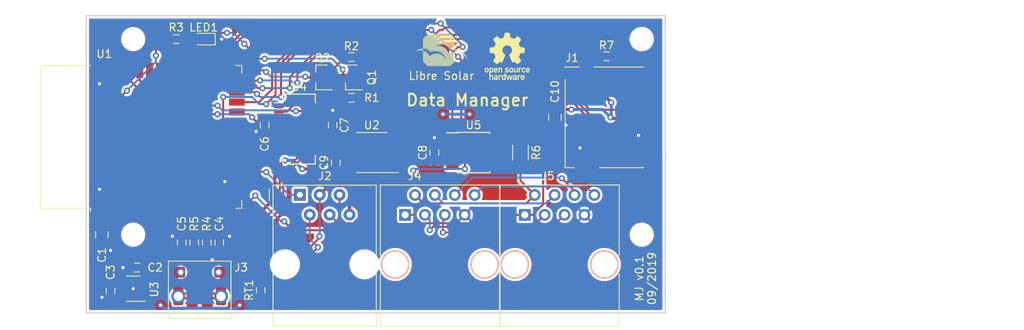
<source format=kicad_pcb>
(kicad_pcb (version 20171130) (host pcbnew 5.1.4)
  (layers (0 F.Cu signal) (31 B.Cu signal) (34 B.Paste user hide) (35 F.Paste user hide) (36 B.SilkS user hide) (37 F.SilkS user) (38 B.Mask user hide) (39 F.Mask user hide) (44 Edge.Cuts user))
  (net 0 "")
  (net 1 GND)
  (net 2 "Net-(U1-Pad11)")
  (net 3 "Net-(U1-Pad12)")
  (net 4 +3V3)
  (net 5 "Net-(U1-Pad4)")
  (net 6 "Net-(U1-Pad5)")
  (net 7 "Net-(U1-Pad8)")
  (net 8 "Net-(U1-Pad9)")
  (net 9 "Net-(U1-Pad10)")
  (net 10 "Net-(U1-Pad17)")
  (net 11 "Net-(U1-Pad18)")
  (net 12 "Net-(U1-Pad19)")
  (net 13 "Net-(U1-Pad20)")
  (net 14 "Net-(U1-Pad21)")
  (net 15 "Net-(U1-Pad22)")
  (net 16 "Net-(U1-Pad31)")
  (net 17 "Net-(U1-Pad32)")
  (net 18 "Net-(U1-Pad33)")
  (net 19 "Net-(U1-Pad36)")
  (net 20 "Net-(U1-Pad37)")
  (net 21 /RESET)
  (net 22 /GPIO0)
  (net 23 /DTR)
  (net 24 "Net-(Q1-Pad1)")
  (net 25 "Net-(Q2-Pad1)")
  (net 26 /RTS)
  (net 27 +5V)
  (net 28 "Net-(J1-Pad8)")
  (net 29 /BTN)
  (net 30 /TSENSE)
  (net 31 /GND_EXT)
  (net 32 /TX_EXT)
  (net 33 /RX_EXT)
  (net 34 /VCC_EXT)
  (net 35 "Net-(J3-Pad6)")
  (net 36 "Net-(J3-Pad4)")
  (net 37 "Net-(LED1-Pad2)")
  (net 38 /LED1)
  (net 39 /CAN_STB)
  (net 40 /CAN_RX)
  (net 41 /U2_RX)
  (net 42 /U2_TX)
  (net 43 /CAN_TX)
  (net 44 /U0_RX)
  (net 45 /U0_TX)
  (net 46 "Net-(U3-Pad4)")
  (net 47 "Net-(U4-Pad19)")
  (net 48 "Net-(U4-Pad18)")
  (net 49 "Net-(U4-Pad17)")
  (net 50 "Net-(U4-Pad10)")
  (net 51 "Net-(U4-Pad9)")
  (net 52 "Net-(U4-Pad8)")
  (net 53 "Net-(U4-Pad7)")
  (net 54 "Net-(U4-Pad5)")
  (net 55 /USB_D+)
  (net 56 /USB_D-)
  (net 57 "Net-(J1-Pad1)")
  (net 58 "Net-(J1-Pad2)")
  (net 59 "Net-(R4-Pad2)")
  (net 60 "Net-(R5-Pad2)")
  (net 61 /SD_CMD)
  (net 62 /SD_CLK)
  (net 63 /SD_DAT0)
  (net 64 "Net-(J4-Pad8)")
  (net 65 "Net-(J4-Pad6)")
  (net 66 "Net-(J4-Pad5)")
  (net 67 "Net-(J4-Pad4)")
  (net 68 "Net-(U1-Pad7)")
  (net 69 "Net-(U5-Pad5)")
  (net 70 "Net-(C6-Pad1)")
  (net 71 "Net-(J4-Pad3)")
  (net 72 /CANL)
  (net 73 /CANH)
  (net 74 "Net-(U1-Pad6)")
  (module LibreSolar:C_0805_2012 (layer F.Cu) (at 189.9 90 270)
    (fp_text reference C10 (at -3.3 0 90) (layer F.SilkS))
    (fp_text value 10uF)
    (pad 2 smd roundrect (at 1 0 270) (size 1.1 1.4) (layers F.Cu F.Paste F.Mask) (roundrect_rratio 0.2) (net 1 GND))
    (pad 1 smd roundrect (at -1 0 270) (size 1.1 1.4) (layers F.Cu F.Paste F.Mask) (roundrect_rratio 0.2) (net 4 +3V3))
  )
  (module LibreSolar:C_0603_1608 (layer F.Cu) (at 161.9 95.8 90)
    (fp_text reference C9 (at 0 -1.5 90) (layer F.SilkS))
    (fp_text value 100n)
    (pad 2 smd roundrect (at 0.8 0 90) (size 0.8 0.9) (layers F.Cu F.Paste F.Mask) (roundrect_rratio 0.2) (net 1 GND))
    (pad 1 smd roundrect (at -0.8 0 90) (size 0.8 0.9) (layers F.Cu F.Paste F.Mask) (roundrect_rratio 0.2) (net 4 +3V3))
  )
  (module LibreSolar:R_0603_1608 (layer F.Cu) (at 152.3 112.1 270)
    (fp_text reference RT1 (at 0 1.5 90) (layer F.SilkS))
    (fp_text value R_NTC)
    (pad 2 smd roundrect (at 0.8 0 270) (size 0.8 0.9) (layers F.Cu F.Paste F.Mask) (roundrect_rratio 0.2) (net 30 /TSENSE))
    (pad 1 smd roundrect (at -0.8 0 270) (size 0.8 0.9) (layers F.Cu F.Paste F.Mask) (roundrect_rratio 0.2) (net 31 /GND_EXT))
  )
  (module LibreSolar:SOIC-8_3.9x4.9mm_Pitch1.27mm (layer F.Cu) (at 179.5 94.5)
    (fp_text reference U5 (at 0 -3.5) (layer F.SilkS))
    (fp_text value TCAN334)
    (pad 8 smd roundrect (at 2.7 -1.905) (size 1.6 0.6) (layers F.Cu F.Paste F.Mask) (roundrect_rratio 0.2) (net 39 /CAN_STB))
    (pad 7 smd roundrect (at 2.7 -0.635) (size 1.6 0.6) (layers F.Cu F.Paste F.Mask) (roundrect_rratio 0.2) (net 73 /CANH))
    (pad 6 smd roundrect (at 2.7 0.635) (size 1.6 0.6) (layers F.Cu F.Paste F.Mask) (roundrect_rratio 0.2) (net 72 /CANL))
    (pad 5 smd roundrect (at 2.7 1.905) (size 1.6 0.6) (layers F.Cu F.Paste F.Mask) (roundrect_rratio 0.2) (net 69 "Net-(U5-Pad5)"))
    (pad 4 smd roundrect (at -2.7 1.905) (size 1.6 0.6) (layers F.Cu F.Paste F.Mask) (roundrect_rratio 0.2) (net 40 /CAN_RX))
    (pad 3 smd roundrect (at -2.7 0.635) (size 1.6 0.6) (layers F.Cu F.Paste F.Mask) (roundrect_rratio 0.2) (net 4 +3V3))
    (pad 2 smd roundrect (at -2.7 -0.635) (size 1.6 0.6) (layers F.Cu F.Paste F.Mask) (roundrect_rratio 0.2) (net 1 GND))
    (pad 1 smd roundrect (at -2.7 -1.905) (size 1.6 0.6) (layers F.Cu F.Paste F.Mask) (roundrect_rratio 0.2) (net 43 /CAN_TX))
  )
  (module LibreSolar:R_0603_1608 (layer F.Cu) (at 196.5 82.2)
    (fp_text reference R7 (at 0 -1.4) (layer F.SilkS))
    (fp_text value 10k)
    (pad 2 smd roundrect (at 0.8 0) (size 0.8 0.9) (layers F.Cu F.Paste F.Mask) (roundrect_rratio 0.2) (net 58 "Net-(J1-Pad2)"))
    (pad 1 smd roundrect (at -0.8 0) (size 0.8 0.9) (layers F.Cu F.Paste F.Mask) (roundrect_rratio 0.2) (net 4 +3V3))
  )
  (module LibreSolar:R_1206_3216 (layer F.Cu) (at 185.5 94.5 270)
    (fp_text reference R6 (at 0 -2 90) (layer F.SilkS))
    (fp_text value 120R)
    (pad 2 smd roundrect (at 1.5 0 270) (size 1 1.8) (layers F.Cu F.Paste F.Mask) (roundrect_rratio 0.2) (net 72 /CANL))
    (pad 1 smd roundrect (at -1.5 0 270) (size 1 1.8) (layers F.Cu F.Paste F.Mask) (roundrect_rratio 0.2) (net 73 /CANH))
  )
  (module LibreSolar:RJ45_8P8C (layer F.Cu) (at 190.5 105)
    (fp_text reference J5 (at -1.5 -7.5) (layer F.SilkS))
    (fp_text value 8P8C)
    (pad 8 thru_hole circle (at 4.445 -5.08) (size 1.5 1.5) (drill 0.9) (layers *.Cu *.Mask) (net 64 "Net-(J4-Pad8)"))
    (pad 7 thru_hole circle (at 3.175 -2.54) (size 1.5 1.5) (drill 0.9) (layers *.Cu *.Mask) (net 1 GND))
    (pad 6 thru_hole circle (at 1.905 -5.08) (size 1.5 1.5) (drill 0.9) (layers *.Cu *.Mask) (net 65 "Net-(J4-Pad6)"))
    (pad 5 thru_hole circle (at 0.635 -2.54) (size 1.5 1.5) (drill 0.9) (layers *.Cu *.Mask) (net 66 "Net-(J4-Pad5)"))
    (pad 4 thru_hole circle (at -0.635 -5.08) (size 1.5 1.5) (drill 0.9) (layers *.Cu *.Mask) (net 67 "Net-(J4-Pad4)"))
    (pad 3 thru_hole circle (at -1.905 -2.54) (size 1.5 1.5) (drill 0.9) (layers *.Cu *.Mask) (net 71 "Net-(J4-Pad3)"))
    (pad 2 thru_hole circle (at -3.175 -5.08) (size 1.5 1.5) (drill 0.9) (layers *.Cu *.Mask) (net 72 /CANL))
    (pad 1 thru_hole rect (at -4.445 -2.54) (size 1.5 1.5) (drill 0.9) (layers *.Cu *.Mask) (net 73 /CANH))
    (pad "" np_thru_hole circle (at -5.715 3.81) (size 3.65 3.65) (drill 3.25) (layers *.Cu *.SilkS *.Mask))
    (pad "" np_thru_hole circle (at 5.715 3.81) (size 3.65 3.65) (drill 3.25) (layers *.Cu *.SilkS *.Mask))
  )
  (module LibreSolar:RJ45_8P8C (layer F.Cu) (at 175.2 105)
    (fp_text reference J4 (at -3.2 -7.5) (layer F.SilkS))
    (fp_text value 8P8C)
    (pad 8 thru_hole circle (at 4.445 -5.08) (size 1.5 1.5) (drill 0.9) (layers *.Cu *.Mask) (net 64 "Net-(J4-Pad8)"))
    (pad 7 thru_hole circle (at 3.175 -2.54) (size 1.5 1.5) (drill 0.9) (layers *.Cu *.Mask) (net 1 GND))
    (pad 6 thru_hole circle (at 1.905 -5.08) (size 1.5 1.5) (drill 0.9) (layers *.Cu *.Mask) (net 65 "Net-(J4-Pad6)"))
    (pad 5 thru_hole circle (at 0.635 -2.54) (size 1.5 1.5) (drill 0.9) (layers *.Cu *.Mask) (net 66 "Net-(J4-Pad5)"))
    (pad 4 thru_hole circle (at -0.635 -5.08) (size 1.5 1.5) (drill 0.9) (layers *.Cu *.Mask) (net 67 "Net-(J4-Pad4)"))
    (pad 3 thru_hole circle (at -1.905 -2.54) (size 1.5 1.5) (drill 0.9) (layers *.Cu *.Mask) (net 71 "Net-(J4-Pad3)"))
    (pad 2 thru_hole circle (at -3.175 -5.08) (size 1.5 1.5) (drill 0.9) (layers *.Cu *.Mask) (net 72 /CANL))
    (pad 1 thru_hole rect (at -4.445 -2.54) (size 1.5 1.5) (drill 0.9) (layers *.Cu *.Mask) (net 73 /CANH))
    (pad "" np_thru_hole circle (at -5.715 3.81) (size 3.65 3.65) (drill 3.25) (layers *.Cu *.SilkS *.Mask))
    (pad "" np_thru_hole circle (at 5.715 3.81) (size 3.65 3.65) (drill 3.25) (layers *.Cu *.SilkS *.Mask))
  )
  (module LibreSolar:C_0603_1608 (layer F.Cu) (at 174.5 94.5 90)
    (fp_text reference C8 (at 0 -1.5 90) (layer F.SilkS))
    (fp_text value 100n)
    (pad 2 smd roundrect (at 0.8 0 90) (size 0.8 0.9) (layers F.Cu F.Paste F.Mask) (roundrect_rratio 0.2) (net 1 GND))
    (pad 1 smd roundrect (at -0.8 0 90) (size 0.8 0.9) (layers F.Cu F.Paste F.Mask) (roundrect_rratio 0.2) (net 4 +3V3))
  )
  (module MountingHole:MountingHole_2.5mm (layer F.Cu) (at 201 105 270)
    (fp_text reference H4 hide)
    (fp_text value MountingHole)
    (pad 1 np_thru_hole circle (at 0 0 270) (size 2.5 2.5) (drill 2.5) (layers *.Cu *.Mask))
  )
  (module MountingHole:MountingHole_2.5mm (layer F.Cu) (at 136 105 180)
    (fp_text reference H3 hide)
    (fp_text value MountingHole)
    (pad 1 np_thru_hole circle (at 0 0 180) (size 2.5 2.5) (drill 2.5) (layers *.Cu *.Mask))
  )
  (module MountingHole:MountingHole_2.5mm (layer F.Cu) (at 201 80 270)
    (fp_text reference H2 hide)
    (fp_text value MountingHole)
    (pad 1 np_thru_hole circle (at 0 0 270) (size 2.5 2.5) (drill 2.5) (layers *.Cu *.Mask))
  )
  (module MountingHole:MountingHole_2.5mm (layer F.Cu) (at 136 80 270)
    (fp_text reference H1 hide)
    (fp_text value MountingHole)
    (pad 1 np_thru_hole circle (at 0 0 270) (size 2.5 2.5) (drill 2.5) (layers *.Cu *.Mask))
  )
  (module LibreSolar:R_0603_1608 (layer F.Cu) (at 143.8 106 90)
    (fp_text reference R5 (at 2.4 0 90) (layer F.SilkS))
    (fp_text value 1k)
    (pad 2 smd roundrect (at 0.8 0 90) (size 0.8 0.9) (layers F.Cu F.Paste F.Mask) (roundrect_rratio 0.2) (net 60 "Net-(R5-Pad2)"))
    (pad 1 smd roundrect (at -0.8 0 90) (size 0.8 0.9) (layers F.Cu F.Paste F.Mask) (roundrect_rratio 0.2) (net 56 /USB_D-))
  )
  (module LibreSolar:R_0603_1608 (layer F.Cu) (at 145.4 106 90)
    (fp_text reference R4 (at 2.4 0 90) (layer F.SilkS))
    (fp_text value 1k)
    (pad 2 smd roundrect (at 0.8 0 90) (size 0.8 0.9) (layers F.Cu F.Paste F.Mask) (roundrect_rratio 0.2) (net 59 "Net-(R4-Pad2)"))
    (pad 1 smd roundrect (at -0.8 0 90) (size 0.8 0.9) (layers F.Cu F.Paste F.Mask) (roundrect_rratio 0.2) (net 55 /USB_D+))
  )
  (module Connector_Card:microSD_HC_Hirose_DM3D-SF (layer F.Cu) (at 197 90 90)
    (fp_text reference J1 (at 7.6 -4.9) (layer F.SilkS))
    (fp_text value Micro_SD_Card)
    (pad 10 smd rect (at 5.575 -5.45 90) (size 1 1.55) (layers F.Cu F.Paste F.Mask))
    (pad 11 smd rect (at 5.625 5.225 90) (size 1.5 1.5) (layers F.Cu F.Paste F.Mask))
    (pad 1 smd rect (at 3.175 5.35 90) (size 0.7 1.75) (layers F.Cu F.Paste F.Mask) (net 57 "Net-(J1-Pad1)"))
    (pad 2 smd rect (at 2.075 5.35 90) (size 0.7 1.75) (layers F.Cu F.Paste F.Mask) (net 58 "Net-(J1-Pad2)"))
    (pad 3 smd rect (at 0.975 5.35 90) (size 0.7 1.75) (layers F.Cu F.Paste F.Mask) (net 61 /SD_CMD))
    (pad 4 smd rect (at -0.125 5.35 90) (size 0.7 1.75) (layers F.Cu F.Paste F.Mask) (net 4 +3V3))
    (pad 5 smd rect (at -1.225 5.35 90) (size 0.7 1.75) (layers F.Cu F.Paste F.Mask) (net 62 /SD_CLK))
    (pad 6 smd rect (at -2.325 5.35 90) (size 0.7 1.75) (layers F.Cu F.Paste F.Mask) (net 1 GND))
    (pad 7 smd rect (at -3.425 5.35 90) (size 0.7 1.75) (layers F.Cu F.Paste F.Mask) (net 63 /SD_DAT0))
    (pad 11 smd rect (at 5.975 -3.025 90) (size 0.8 1.4) (layers F.Cu F.Paste F.Mask))
    (pad 9 smd rect (at -5.65 -3.875 90) (size 1.45 1) (layers F.Cu F.Paste F.Mask) (net 1 GND))
    (pad 11 smd rect (at -5.975 -2.375 90) (size 0.8 1.5) (layers F.Cu F.Paste F.Mask))
    (pad 11 smd rect (at -5.725 5.225 90) (size 1.3 1.5) (layers F.Cu F.Paste F.Mask))
    (pad 8 smd rect (at -4.525 5.35 90) (size 0.7 1.75) (layers F.Cu F.Paste F.Mask) (net 28 "Net-(J1-Pad8)"))
  )
  (module LibreSolar:C_0603_1608 (layer F.Cu) (at 161.5 91 90)
    (fp_text reference C7 (at 0 1.5 90) (layer F.SilkS))
    (fp_text value 100n)
    (pad 2 smd roundrect (at 0.8 0 90) (size 0.8 0.9) (layers F.Cu F.Paste F.Mask) (roundrect_rratio 0.2) (net 1 GND))
    (pad 1 smd roundrect (at -0.8 0 90) (size 0.8 0.9) (layers F.Cu F.Paste F.Mask) (roundrect_rratio 0.2) (net 27 +5V))
  )
  (module LibreSolar:C_0603_1608 (layer F.Cu) (at 152.8 91 270)
    (fp_text reference C6 (at 2.4 0 90) (layer F.SilkS))
    (fp_text value 100n)
    (pad 2 smd roundrect (at 0.8 0 270) (size 0.8 0.9) (layers F.Cu F.Paste F.Mask) (roundrect_rratio 0.2) (net 1 GND))
    (pad 1 smd roundrect (at -0.8 0 270) (size 0.8 0.9) (layers F.Cu F.Paste F.Mask) (roundrect_rratio 0.2) (net 70 "Net-(C6-Pad1)"))
  )
  (module LibreSolar:C_0603_1608 (layer F.Cu) (at 142.2 106 90)
    (fp_text reference C5 (at 2.4 0 90) (layer F.SilkS))
    (fp_text value 47p)
    (pad 2 smd roundrect (at 0.8 0 90) (size 0.8 0.9) (layers F.Cu F.Paste F.Mask) (roundrect_rratio 0.2) (net 1 GND))
    (pad 1 smd roundrect (at -0.8 0 90) (size 0.8 0.9) (layers F.Cu F.Paste F.Mask) (roundrect_rratio 0.2) (net 56 /USB_D-))
  )
  (module LibreSolar:C_0603_1608 (layer F.Cu) (at 147 106 90)
    (fp_text reference C4 (at 2.4 0 90) (layer F.SilkS))
    (fp_text value 47p)
    (pad 2 smd roundrect (at 0.8 0 90) (size 0.8 0.9) (layers F.Cu F.Paste F.Mask) (roundrect_rratio 0.2) (net 1 GND))
    (pad 1 smd roundrect (at -0.8 0 90) (size 0.8 0.9) (layers F.Cu F.Paste F.Mask) (roundrect_rratio 0.2) (net 55 /USB_D+))
  )
  (module LibreSolar:C_0603_1608 (layer F.Cu) (at 133.1 112.2 270)
    (fp_text reference C3 (at -2.4 0 90) (layer F.SilkS))
    (fp_text value 2.2u)
    (pad 2 smd roundrect (at 0.8 0 270) (size 0.8 0.9) (layers F.Cu F.Paste F.Mask) (roundrect_rratio 0.2) (net 1 GND))
    (pad 1 smd roundrect (at -0.8 0 270) (size 0.8 0.9) (layers F.Cu F.Paste F.Mask) (roundrect_rratio 0.2) (net 4 +3V3))
  )
  (module LibreSolar:C_0603_1608 (layer F.Cu) (at 136.5 109.2 180)
    (fp_text reference C2 (at -2.3 0) (layer F.SilkS))
    (fp_text value 1u)
    (pad 2 smd roundrect (at 0.8 0 180) (size 0.8 0.9) (layers F.Cu F.Paste F.Mask) (roundrect_rratio 0.2) (net 1 GND))
    (pad 1 smd roundrect (at -0.8 0 180) (size 0.8 0.9) (layers F.Cu F.Paste F.Mask) (roundrect_rratio 0.2) (net 27 +5V))
  )
  (module LibreSolar:RJ12_RJ25_6P6C_Amphenol_54601 (layer F.Cu) (at 157.3 99.9)
    (fp_text reference J2 (at 3.2 -2.4) (layer F.SilkS))
    (fp_text value 6P6C)
    (pad 1 thru_hole rect (at 0 0) (size 1.52 1.52) (drill 0.76) (layers *.Cu *.Mask) (net 29 /BTN))
    (pad "" np_thru_hole circle (at -1.91 8.89) (size 3.25 3.25) (drill 3.25) (layers *.Cu *.Mask))
    (pad 2 thru_hole circle (at 1.27 2.54) (size 1.52 1.52) (drill 0.76) (layers *.Cu *.Mask) (net 30 /TSENSE))
    (pad 3 thru_hole circle (at 2.54 0) (size 1.52 1.52) (drill 0.76) (layers *.Cu *.Mask) (net 31 /GND_EXT))
    (pad 4 thru_hole circle (at 3.81 2.54) (size 1.52 1.52) (drill 0.76) (layers *.Cu *.Mask) (net 32 /TX_EXT))
    (pad 5 thru_hole circle (at 5.08 0) (size 1.52 1.52) (drill 0.76) (layers *.Cu *.Mask) (net 33 /RX_EXT))
    (pad 6 thru_hole circle (at 6.35 2.54) (size 1.52 1.52) (drill 0.76) (layers *.Cu *.Mask) (net 34 /VCC_EXT))
    (pad "" np_thru_hole circle (at 8.25 8.89) (size 3.25 3.25) (drill 3.25) (layers *.Cu *.Mask))
  )
  (module LibreSolar:USB_Micro-B_10103594-0001LF (layer F.Cu) (at 144.5 111.5)
    (fp_text reference J3 (at 5.3 -2.3) (layer F.SilkS))
    (fp_text value USB_B_Micro)
    (pad 6 smd roundrect (at 0.96 1.62 90) (size 2.5 1.43) (layers F.Cu F.Paste F.Mask) (net 35 "Net-(J3-Pad6)"))
    (pad 6 smd roundrect (at -0.96 1.62 90) (size 2.5 1.43) (layers F.Cu F.Paste F.Mask) (net 35 "Net-(J3-Pad6)"))
    (pad 6 thru_hole oval (at 2.73 1.38 90) (size 1.8 1.8) (drill 1.2) (layers *.Cu *.Mask) (net 35 "Net-(J3-Pad6)"))
    (pad 6 thru_hole oval (at -2.73 1.38 90) (size 1.8 1.8) (drill 1.2) (layers *.Cu *.Mask) (net 35 "Net-(J3-Pad6)"))
    (pad 6 thru_hole circle (at 2.42 -1.7 90) (size 1.1 1.1) (drill 0.65) (layers *.Cu *.Mask) (net 35 "Net-(J3-Pad6)"))
    (pad 6 thru_hole circle (at -2.42 -1.7 90) (size 1.1 1.1) (drill 0.65) (layers *.Cu *.Mask) (net 35 "Net-(J3-Pad6)"))
    (pad 5 smd rect (at 1.3 -1.5 90) (size 1.65 0.4) (layers F.Cu F.Paste F.Mask) (net 1 GND))
    (pad 4 smd rect (at 0.65 -1.5 90) (size 1.65 0.4) (layers F.Cu F.Paste F.Mask) (net 36 "Net-(J3-Pad4)"))
    (pad 3 smd rect (at 0 -1.5 90) (size 1.65 0.4) (layers F.Cu F.Paste F.Mask) (net 55 /USB_D+))
    (pad 2 smd rect (at -0.65 -1.5 90) (size 1.65 0.4) (layers F.Cu F.Paste F.Mask) (net 56 /USB_D-))
    (pad 1 smd rect (at -1.3 -1.5 90) (size 1.65 0.4) (layers F.Cu F.Paste F.Mask) (net 27 +5V))
    (pad 6 smd roundrect (at 2.9 -1.7) (size 2.1 1.4) (layers F.Cu F.Paste F.Mask) (roundrect_rratio 0.2) (net 35 "Net-(J3-Pad6)"))
    (pad 6 smd roundrect (at -2.9 -1.7) (size 2.1 1.4) (layers F.Cu F.Paste F.Mask) (roundrect_rratio 0.2) (net 35 "Net-(J3-Pad6)"))
    (pad 6 smd roundrect (at -2.725 1 90) (size 3.05 1.3) (layers F.Cu F.Paste F.Mask) (roundrect_rratio 0.2) (net 35 "Net-(J3-Pad6)"))
    (pad 6 smd roundrect (at 2.725 1 90) (size 3.05 1.3) (layers F.Cu F.Paste F.Mask) (roundrect_rratio 0.2) (net 35 "Net-(J3-Pad6)"))
    (pad 6 smd roundrect (at 3 -0.4) (size 1.85 0.8) (layers F.Cu F.Paste F.Mask) (roundrect_rratio 0.2) (net 35 "Net-(J3-Pad6)"))
    (pad 6 smd roundrect (at -3 -0.4) (size 1.85 0.8) (layers F.Cu F.Paste F.Mask) (roundrect_rratio 0.2) (net 35 "Net-(J3-Pad6)"))
  )
  (module Package_SO:SSOP-20_3.9x8.7mm_P0.635mm (layer F.Cu) (at 157.2 91.5)
    (fp_text reference U4 (at 0 -5.4) (layer F.SilkS))
    (fp_text value FT231XS)
    (pad 20 smd rect (at 2.6 -2.8575) (size 1.2 0.4) (layers F.Cu F.Paste F.Mask) (net 44 /U0_RX))
    (pad 19 smd rect (at 2.6 -2.2225) (size 1.2 0.4) (layers F.Cu F.Paste F.Mask) (net 47 "Net-(U4-Pad19)"))
    (pad 18 smd rect (at 2.6 -1.5875) (size 1.2 0.4) (layers F.Cu F.Paste F.Mask) (net 48 "Net-(U4-Pad18)"))
    (pad 17 smd rect (at 2.6 -0.9525) (size 1.2 0.4) (layers F.Cu F.Paste F.Mask) (net 49 "Net-(U4-Pad17)"))
    (pad 16 smd rect (at 2.6 -0.3175) (size 1.2 0.4) (layers F.Cu F.Paste F.Mask) (net 1 GND))
    (pad 15 smd rect (at 2.6 0.3175) (size 1.2 0.4) (layers F.Cu F.Paste F.Mask) (net 27 +5V))
    (pad 14 smd rect (at 2.6 0.9525) (size 1.2 0.4) (layers F.Cu F.Paste F.Mask) (net 70 "Net-(C6-Pad1)"))
    (pad 13 smd rect (at 2.6 1.5875) (size 1.2 0.4) (layers F.Cu F.Paste F.Mask) (net 70 "Net-(C6-Pad1)"))
    (pad 12 smd rect (at 2.6 2.2225) (size 1.2 0.4) (layers F.Cu F.Paste F.Mask) (net 60 "Net-(R5-Pad2)"))
    (pad 11 smd rect (at 2.6 2.8575) (size 1.2 0.4) (layers F.Cu F.Paste F.Mask) (net 59 "Net-(R4-Pad2)"))
    (pad 10 smd rect (at -2.6 2.8575) (size 1.2 0.4) (layers F.Cu F.Paste F.Mask) (net 50 "Net-(U4-Pad10)"))
    (pad 9 smd rect (at -2.6 2.2225) (size 1.2 0.4) (layers F.Cu F.Paste F.Mask) (net 51 "Net-(U4-Pad9)"))
    (pad 8 smd rect (at -2.6 1.5875) (size 1.2 0.4) (layers F.Cu F.Paste F.Mask) (net 52 "Net-(U4-Pad8)"))
    (pad 7 smd rect (at -2.6 0.9525) (size 1.2 0.4) (layers F.Cu F.Paste F.Mask) (net 53 "Net-(U4-Pad7)"))
    (pad 6 smd rect (at -2.6 0.3175) (size 1.2 0.4) (layers F.Cu F.Paste F.Mask) (net 1 GND))
    (pad 5 smd rect (at -2.6 -0.3175) (size 1.2 0.4) (layers F.Cu F.Paste F.Mask) (net 54 "Net-(U4-Pad5)"))
    (pad 4 smd rect (at -2.6 -0.9525) (size 1.2 0.4) (layers F.Cu F.Paste F.Mask) (net 45 /U0_TX))
    (pad 3 smd rect (at -2.6 -1.5875) (size 1.2 0.4) (layers F.Cu F.Paste F.Mask) (net 70 "Net-(C6-Pad1)"))
    (pad 2 smd rect (at -2.6 -2.2225) (size 1.2 0.4) (layers F.Cu F.Paste F.Mask) (net 26 /RTS))
    (pad 1 smd rect (at -2.6 -2.8575) (size 1.2 0.4) (layers F.Cu F.Paste F.Mask) (net 23 /DTR))
  )
  (module LibreSolar:R_0603_1608 (layer F.Cu) (at 141.5 80 180)
    (fp_text reference R3 (at 0 1.5) (layer F.SilkS))
    (fp_text value 1k)
    (pad 2 smd roundrect (at 0.8 0 180) (size 0.8 0.9) (layers F.Cu F.Paste F.Mask) (roundrect_rratio 0.2) (net 38 /LED1))
    (pad 1 smd roundrect (at -0.8 0 180) (size 0.8 0.9) (layers F.Cu F.Paste F.Mask) (roundrect_rratio 0.2) (net 37 "Net-(LED1-Pad2)"))
  )
  (module Package_SO:SOIC-8_3.9x4.9mm_P1.27mm (layer F.Cu) (at 166.5 94.5 180)
    (fp_text reference U2 (at 0 3.5) (layer F.SilkS))
    (fp_text value SI8621AB-B-ISR)
    (pad 8 smd roundrect (at 2.475 -1.905 180) (size 1.95 0.6) (layers F.Cu F.Paste F.Mask) (net 4 +3V3))
    (pad 7 smd roundrect (at 2.475 -0.635 180) (size 1.95 0.6) (layers F.Cu F.Paste F.Mask) (net 42 /U2_TX))
    (pad 6 smd roundrect (at 2.475 0.635 180) (size 1.95 0.6) (layers F.Cu F.Paste F.Mask) (net 41 /U2_RX))
    (pad 5 smd roundrect (at 2.475 1.905 180) (size 1.95 0.6) (layers F.Cu F.Paste F.Mask) (net 1 GND))
    (pad 4 smd roundrect (at -2.475 1.905 180) (size 1.95 0.6) (layers F.Cu F.Paste F.Mask) (net 31 /GND_EXT))
    (pad 3 smd roundrect (at -2.475 0.635 180) (size 1.95 0.6) (layers F.Cu F.Paste F.Mask) (net 32 /TX_EXT))
    (pad 2 smd roundrect (at -2.475 -0.635 180) (size 1.95 0.6) (layers F.Cu F.Paste F.Mask) (net 33 /RX_EXT))
    (pad 1 smd roundrect (at -2.475 -1.905 180) (size 1.95 0.6) (layers F.Cu F.Paste F.Mask) (net 34 /VCC_EXT))
  )
  (module LED_SMD:LED_0603_1608Metric (layer F.Cu) (at 145 80 180)
    (fp_text reference LED1 (at 0 1.5) (layer F.SilkS))
    (fp_text value LED)
    (pad 2 smd roundrect (at 0.7875 0 180) (size 0.875 0.95) (layers F.Cu F.Paste F.Mask) (net 37 "Net-(LED1-Pad2)"))
    (pad 1 smd roundrect (at -0.7875 0 180) (size 0.875 0.95) (layers F.Cu F.Paste F.Mask) (net 1 GND))
  )
  (module LibreSolar:SOT-23-5 (layer F.Cu) (at 136 111.9 180)
    (fp_text reference U3 (at -2.7 -0.1 90) (layer F.SilkS))
    (fp_text value AP2210-3.3)
    (pad 5 smd roundrect (at 1.1 -0.95 180) (size 1.1 0.65) (layers F.Cu F.Paste F.Mask) (roundrect_rratio 0.2) (net 4 +3V3))
    (pad 4 smd roundrect (at 1.1 0.95 180) (size 1.1 0.65) (layers F.Cu F.Paste F.Mask) (roundrect_rratio 0.2) (net 46 "Net-(U3-Pad4)"))
    (pad 3 smd roundrect (at -1.1 0.95 180) (size 1.1 0.65) (layers F.Cu F.Paste F.Mask) (roundrect_rratio 0.2) (net 27 +5V))
    (pad 2 smd roundrect (at -1.1 0 180) (size 1.1 0.65) (layers F.Cu F.Paste F.Mask) (roundrect_rratio 0.2) (net 1 GND))
    (pad 1 smd roundrect (at -1.1 -0.95 180) (size 1.1 0.65) (layers F.Cu F.Paste F.Mask) (roundrect_rratio 0.2) (net 27 +5V))
  )
  (module LibreSolar:R_0603_1608 (layer F.Cu) (at 163.9 82.3 180)
    (fp_text reference R2 (at 0 1.4) (layer F.SilkS))
    (fp_text value 10k)
    (pad 2 smd roundrect (at 0.8 0 180) (size 0.8 0.9) (layers F.Cu F.Paste F.Mask) (roundrect_rratio 0.2) (net 23 /DTR))
    (pad 1 smd roundrect (at -0.8 0 180) (size 0.8 0.9) (layers F.Cu F.Paste F.Mask) (roundrect_rratio 0.2) (net 25 "Net-(Q2-Pad1)"))
  )
  (module LibreSolar:R_0603_1608 (layer F.Cu) (at 163.9 87.5)
    (fp_text reference R1 (at 2.6 0) (layer F.SilkS))
    (fp_text value 10k)
    (pad 1 smd roundrect (at -0.8 0) (size 0.8 0.9) (layers F.Cu F.Paste F.Mask) (roundrect_rratio 0.2) (net 24 "Net-(Q1-Pad1)"))
    (pad 2 smd roundrect (at 0.8 0) (size 0.8 0.9) (layers F.Cu F.Paste F.Mask) (roundrect_rratio 0.2) (net 26 /RTS))
  )
  (module LibreSolar:SOT-23 (layer F.Cu) (at 163.9 84.9 180)
    (fp_text reference Q2 (at 3.7 2.5 180) (layer F.SilkS))
    (fp_text value MMBT3904)
    (pad 1 smd roundrect (at -1.05 -0.95 180) (size 1 0.9) (layers F.Cu F.Paste F.Mask) (roundrect_rratio 0.2) (net 25 "Net-(Q2-Pad1)"))
    (pad 2 smd roundrect (at -1.05 0.95 180) (size 1 0.9) (layers F.Cu F.Paste F.Mask) (roundrect_rratio 0.2) (net 26 /RTS))
    (pad 3 smd roundrect (at 1.05 0 180) (size 1 0.9) (layers F.Cu F.Paste F.Mask) (roundrect_rratio 0.2) (net 21 /RESET))
  )
  (module LibreSolar:SOT-23 (layer F.Cu) (at 160.1 84.9 180)
    (fp_text reference Q1 (at -6.4 0 270) (layer F.SilkS))
    (fp_text value MMBT3904)
    (pad 3 smd roundrect (at 1.05 0 180) (size 1 0.9) (layers F.Cu F.Paste F.Mask) (roundrect_rratio 0.2) (net 22 /GPIO0))
    (pad 2 smd roundrect (at -1.05 0.95 180) (size 1 0.9) (layers F.Cu F.Paste F.Mask) (roundrect_rratio 0.2) (net 23 /DTR))
    (pad 1 smd roundrect (at -1.05 -0.95 180) (size 1 0.9) (layers F.Cu F.Paste F.Mask) (roundrect_rratio 0.2) (net 24 "Net-(Q1-Pad1)"))
  )
  (module LibreSolar:LIBRESOLAR_LOGO (layer F.Cu) (at 173.1 83.4)
    (fp_text reference LOGO1 hide)
    (fp_text value LibreSolar_Logo hide)
    (fp_text user "Libre Solar" (at 2.3 1.3) (layer F.SilkS))
  )
  (module Symbol:OSHW-Logo_5.7x6mm_SilkScreen (layer F.Cu) (at 183.8 82.2)
    (fp_text reference LOGO2 hide)
    (fp_text value Logo_Open_Hardware_Small hide)
  )
  (module RF_Module:ESP32-WROOM-32 (layer F.Cu) (at 140 92.5 90)
    (fp_text reference U1 (at 10.6 -7.7 180) (layer F.SilkS))
    (fp_text value ESP32-WROOM-32D)
    (pad 39 smd rect (at -1 -0.755 90) (size 5 5) (layers F.Cu F.Paste F.Mask))
    (pad 1 smd rect (at -8.5 -8.255 90) (size 2 0.9) (layers F.Cu F.Paste F.Mask) (net 1 GND))
    (pad 2 smd rect (at -8.5 -6.985 90) (size 2 0.9) (layers F.Cu F.Paste F.Mask) (net 4 +3V3))
    (pad 3 smd rect (at -8.5 -5.715 90) (size 2 0.9) (layers F.Cu F.Paste F.Mask) (net 21 /RESET))
    (pad 4 smd rect (at -8.5 -4.445 90) (size 2 0.9) (layers F.Cu F.Paste F.Mask) (net 5 "Net-(U1-Pad4)"))
    (pad 5 smd rect (at -8.5 -3.175 90) (size 2 0.9) (layers F.Cu F.Paste F.Mask) (net 6 "Net-(U1-Pad5)"))
    (pad 6 smd rect (at -8.5 -1.905 90) (size 2 0.9) (layers F.Cu F.Paste F.Mask) (net 74 "Net-(U1-Pad6)"))
    (pad 7 smd rect (at -8.5 -0.635 90) (size 2 0.9) (layers F.Cu F.Paste F.Mask) (net 68 "Net-(U1-Pad7)"))
    (pad 8 smd rect (at -8.5 0.635 90) (size 2 0.9) (layers F.Cu F.Paste F.Mask) (net 7 "Net-(U1-Pad8)"))
    (pad 9 smd rect (at -8.5 1.905 90) (size 2 0.9) (layers F.Cu F.Paste F.Mask) (net 8 "Net-(U1-Pad9)"))
    (pad 10 smd rect (at -8.5 3.175 90) (size 2 0.9) (layers F.Cu F.Paste F.Mask) (net 9 "Net-(U1-Pad10)"))
    (pad 11 smd rect (at -8.5 4.445 90) (size 2 0.9) (layers F.Cu F.Paste F.Mask) (net 2 "Net-(U1-Pad11)"))
    (pad 12 smd rect (at -8.5 5.715 90) (size 2 0.9) (layers F.Cu F.Paste F.Mask) (net 3 "Net-(U1-Pad12)"))
    (pad 13 smd rect (at -8.5 6.985 90) (size 2 0.9) (layers F.Cu F.Paste F.Mask) (net 62 /SD_CLK))
    (pad 14 smd rect (at -8.5 8.255 90) (size 2 0.9) (layers F.Cu F.Paste F.Mask) (net 39 /CAN_STB))
    (pad 15 smd rect (at -5.715 9.255 180) (size 2 0.9) (layers F.Cu F.Paste F.Mask) (net 1 GND))
    (pad 16 smd rect (at -4.445 9.255 180) (size 2 0.9) (layers F.Cu F.Paste F.Mask) (net 29 /BTN))
    (pad 17 smd rect (at -3.175 9.255 180) (size 2 0.9) (layers F.Cu F.Paste F.Mask) (net 10 "Net-(U1-Pad17)"))
    (pad 18 smd rect (at -1.905 9.255 180) (size 2 0.9) (layers F.Cu F.Paste F.Mask) (net 11 "Net-(U1-Pad18)"))
    (pad 19 smd rect (at -0.635 9.255 180) (size 2 0.9) (layers F.Cu F.Paste F.Mask) (net 12 "Net-(U1-Pad19)"))
    (pad 20 smd rect (at 0.635 9.255 180) (size 2 0.9) (layers F.Cu F.Paste F.Mask) (net 13 "Net-(U1-Pad20)"))
    (pad 21 smd rect (at 1.905 9.255 180) (size 2 0.9) (layers F.Cu F.Paste F.Mask) (net 14 "Net-(U1-Pad21)"))
    (pad 22 smd rect (at 3.175 9.255 180) (size 2 0.9) (layers F.Cu F.Paste F.Mask) (net 15 "Net-(U1-Pad22)"))
    (pad 23 smd rect (at 4.445 9.255 180) (size 2 0.9) (layers F.Cu F.Paste F.Mask) (net 61 /SD_CMD))
    (pad 24 smd rect (at 5.715 9.255 180) (size 2 0.9) (layers F.Cu F.Paste F.Mask) (net 63 /SD_DAT0))
    (pad 25 smd rect (at 8.5 8.255 90) (size 2 0.9) (layers F.Cu F.Paste F.Mask) (net 22 /GPIO0))
    (pad 26 smd rect (at 8.5 6.985 90) (size 2 0.9) (layers F.Cu F.Paste F.Mask) (net 40 /CAN_RX))
    (pad 27 smd rect (at 8.5 5.715 90) (size 2 0.9) (layers F.Cu F.Paste F.Mask) (net 41 /U2_RX))
    (pad 28 smd rect (at 8.5 4.445 90) (size 2 0.9) (layers F.Cu F.Paste F.Mask) (net 42 /U2_TX))
    (pad 29 smd rect (at 8.5 3.175 90) (size 2 0.9) (layers F.Cu F.Paste F.Mask) (net 43 /CAN_TX))
    (pad 30 smd rect (at 8.5 1.905 90) (size 2 0.9) (layers F.Cu F.Paste F.Mask) (net 38 /LED1))
    (pad 31 smd rect (at 8.5 0.635 90) (size 2 0.9) (layers F.Cu F.Paste F.Mask) (net 16 "Net-(U1-Pad31)"))
    (pad 32 smd rect (at 8.5 -0.635 90) (size 2 0.9) (layers F.Cu F.Paste F.Mask) (net 17 "Net-(U1-Pad32)"))
    (pad 33 smd rect (at 8.5 -1.905 90) (size 2 0.9) (layers F.Cu F.Paste F.Mask) (net 18 "Net-(U1-Pad33)"))
    (pad 34 smd rect (at 8.5 -3.175 90) (size 2 0.9) (layers F.Cu F.Paste F.Mask) (net 44 /U0_RX))
    (pad 35 smd rect (at 8.5 -4.445 90) (size 2 0.9) (layers F.Cu F.Paste F.Mask) (net 45 /U0_TX))
    (pad 36 smd rect (at 8.5 -5.715 90) (size 2 0.9) (layers F.Cu F.Paste F.Mask) (net 19 "Net-(U1-Pad36)"))
    (pad 37 smd rect (at 8.5 -6.985 90) (size 2 0.9) (layers F.Cu F.Paste F.Mask) (net 20 "Net-(U1-Pad37)"))
    (pad 38 smd rect (at 8.5 -8.255 90) (size 2 0.9) (layers F.Cu F.Paste F.Mask) (net 1 GND))
  )
  (module LibreSolar:C_0805_2012 (layer F.Cu) (at 132 105 270)
    (fp_text reference C1 (at 2.6 0 90) (layer F.SilkS))
    (fp_text value 10uF)
    (pad 2 smd roundrect (at 1 0 270) (size 1.1 1.4) (layers F.Cu F.Paste F.Mask) (roundrect_rratio 0.2) (net 1 GND))
    (pad 1 smd roundrect (at -1 0 270) (size 1.1 1.4) (layers F.Cu F.Paste F.Mask) (roundrect_rratio 0.2) (net 4 +3V3))
  )
  (gr_text "Data Manager" (at 178.7 87.8) (layer F.SilkS) (effects (font (size 1.5 1.5) (thickness 0.25))))
  (gr_line (start 204 115) (end 204 77) (layer Edge.Cuts) (width 0.15))
  (gr_line (start 204 77) (end 130 77) (layer Edge.Cuts) (width 0.15))
  (gr_text "MJ v0.1\n09/2019" (at 201.5 110.6 90) (layer F.SilkS) (effects (font (size 1 1))))
  (gr_line (start 130 115) (end 130 77) (layer Edge.Cuts) (width 0.15))
  (gr_line (start 130 115) (end 204 115) (layer Edge.Cuts) (width 0.15))
  (via (at 136 111.9) (size 0.8) (drill 0.4) (layers F.Cu B.Cu) (net 1))
  (segment (start 137.1 111.9) (end 136 111.9) (width 0.4) (layer F.Cu) (net 1))
  (via (at 146.1 108.2) (size 0.8) (drill 0.4) (layers F.Cu B.Cu) (net 1))
  (segment (start 145.8 110) (end 145.8 108.5) (width 0.4) (layer F.Cu) (net 1))
  (segment (start 145.8 108.5) (end 146.1 108.2) (width 0.4) (layer F.Cu) (net 1))
  (via (at 200.6 92.3) (size 0.8) (drill 0.4) (layers F.Cu B.Cu) (net 1))
  (segment (start 200.625 92.325) (end 200.6 92.3) (width 0.4) (layer F.Cu) (net 1))
  (segment (start 202.35 92.325) (end 200.625 92.325) (width 0.4) (layer F.Cu) (net 1))
  (via (at 148.3 105.2) (size 0.8) (drill 0.4) (layers F.Cu B.Cu) (net 1))
  (segment (start 147 105.2) (end 148.3 105.2) (width 0.4) (layer F.Cu) (net 1))
  (via (at 141 105.2) (size 0.8) (drill 0.4) (layers F.Cu B.Cu) (net 1))
  (segment (start 142.2 105.2) (end 141 105.2) (width 0.4) (layer F.Cu) (net 1))
  (via (at 174.5 92.6) (size 0.8) (drill 0.4) (layers F.Cu B.Cu) (net 1))
  (segment (start 174.5 93.7) (end 174.5 92.6) (width 0.4) (layer F.Cu) (net 1))
  (via (at 132 113) (size 0.8) (drill 0.4) (layers F.Cu B.Cu) (net 1))
  (segment (start 133.1 113) (end 132 113) (width 0.4) (layer F.Cu) (net 1))
  (via (at 134.7 109.2) (size 0.8) (drill 0.4) (layers F.Cu B.Cu) (net 1))
  (segment (start 135.7 109.2) (end 134.7 109.2) (width 0.4) (layer F.Cu) (net 1))
  (segment (start 132 106) (end 132.1 106) (width 0.4) (layer F.Cu) (net 1))
  (via (at 133.1 107) (size 0.8) (drill 0.4) (layers F.Cu B.Cu) (net 1))
  (segment (start 132.1 106) (end 133.1 107) (width 0.4) (layer F.Cu) (net 1))
  (segment (start 131.745 101) (end 131.745 99.245) (width 0.4) (layer F.Cu) (net 1))
  (via (at 131.7 99.2) (size 0.8) (drill 0.4) (layers F.Cu B.Cu) (net 1))
  (segment (start 131.745 99.245) (end 131.7 99.2) (width 0.4) (layer F.Cu) (net 1))
  (segment (start 131.745 84) (end 131.745 85.655) (width 0.4) (layer F.Cu) (net 1))
  (via (at 131.7 85.7) (size 0.8) (drill 0.4) (layers F.Cu B.Cu) (net 1))
  (segment (start 131.745 85.655) (end 131.7 85.7) (width 0.4) (layer F.Cu) (net 1))
  (via (at 151.7 91.8) (size 0.8) (drill 0.4) (layers F.Cu B.Cu) (net 1))
  (segment (start 152.8 91.8) (end 151.7 91.8) (width 0.4) (layer F.Cu) (net 1))
  (segment (start 152.8175 91.8175) (end 152.8 91.8) (width 0.4) (layer F.Cu) (net 1))
  (segment (start 154.6 91.8175) (end 152.8175 91.8175) (width 0.4) (layer F.Cu) (net 1))
  (via (at 147.3 80) (size 0.8) (drill 0.4) (layers F.Cu B.Cu) (net 1))
  (segment (start 145.7875 80) (end 147.3 80) (width 0.4) (layer F.Cu) (net 1))
  (segment (start 147.72501 98.215) (end 147.71001 98.2) (width 0.4) (layer F.Cu) (net 1))
  (via (at 147.71001 98.2) (size 0.8) (drill 0.4) (layers F.Cu B.Cu) (net 1))
  (segment (start 149.255 98.215) (end 147.72501 98.215) (width 0.4) (layer F.Cu) (net 1))
  (via (at 161.5 89.100004) (size 0.8) (drill 0.4) (layers F.Cu B.Cu) (net 1))
  (segment (start 161.5 90.2) (end 161.5 89.100004) (width 0.4) (layer F.Cu) (net 1))
  (segment (start 174.665 93.865) (end 174.5 93.7) (width 0.4) (layer F.Cu) (net 1))
  (segment (start 176.8 93.865) (end 174.665 93.865) (width 0.4) (layer F.Cu) (net 1))
  (segment (start 161.054061 90.645939) (end 161.5 90.2) (width 0.4) (layer F.Cu) (net 1))
  (segment (start 161.054061 90.813441) (end 161.054061 90.645939) (width 0.4) (layer F.Cu) (net 1))
  (segment (start 160.685002 91.1825) (end 161.054061 90.813441) (width 0.4) (layer F.Cu) (net 1))
  (segment (start 159.8 91.1825) (end 160.685002 91.1825) (width 0.4) (layer F.Cu) (net 1))
  (via (at 193.1 93.9) (size 0.8) (drill 0.4) (layers F.Cu B.Cu) (net 1))
  (segment (start 193.125 95.65) (end 193.125 93.925) (width 0.4) (layer F.Cu) (net 1))
  (segment (start 193.125 93.925) (end 193.1 93.9) (width 0.4) (layer F.Cu) (net 1))
  (segment (start 162.95 92.595) (end 164.025 92.595) (width 0.4) (layer F.Cu) (net 1))
  (segment (start 162.345939 93.199061) (end 162.95 92.595) (width 0.4) (layer F.Cu) (net 1))
  (segment (start 161.9 95) (end 162.345939 94.554061) (width 0.4) (layer F.Cu) (net 1))
  (segment (start 162.345939 94.554061) (end 162.345939 93.199061) (width 0.4) (layer F.Cu) (net 1))
  (segment (start 161.9 95.122079) (end 160.627468 96.394611) (width 0.4) (layer F.Cu) (net 1))
  (via (at 160.627468 96.394611) (size 0.8) (drill 0.4) (layers F.Cu B.Cu) (net 1))
  (segment (start 161.9 95) (end 161.9 95.122079) (width 0.4) (layer F.Cu) (net 1))
  (via (at 191.3 91) (size 0.8) (drill 0.4) (layers F.Cu B.Cu) (net 1))
  (segment (start 189.9 91) (end 191.3 91) (width 0.4) (layer F.Cu) (net 1))
  (segment (start 134.55 112.85) (end 133.1 111.4) (width 0.4) (layer F.Cu) (net 4))
  (segment (start 134.9 112.85) (end 134.55 112.85) (width 0.4) (layer F.Cu) (net 4))
  (via (at 139.5 114) (size 0.8) (drill 0.4) (layers F.Cu B.Cu) (net 4))
  (via (at 149.6 114) (size 0.8) (drill 0.4) (layers F.Cu B.Cu) (net 4))
  (segment (start 149.200001 114.399999) (end 149.6 114) (width 0.4) (layer B.Cu) (net 4))
  (segment (start 139.899999 114.399999) (end 149.200001 114.399999) (width 0.4) (layer B.Cu) (net 4))
  (segment (start 139.5 114) (end 139.899999 114.399999) (width 0.4) (layer B.Cu) (net 4))
  (segment (start 174.665 95.135) (end 174.5 95.3) (width 0.4) (layer F.Cu) (net 4))
  (segment (start 176.8 95.135) (end 174.665 95.135) (width 0.4) (layer F.Cu) (net 4))
  (segment (start 162.095 96.405) (end 161.9 96.6) (width 0.4) (layer F.Cu) (net 4))
  (segment (start 164.025 96.405) (end 162.095 96.405) (width 0.4) (layer F.Cu) (net 4))
  (via (at 192 89) (size 0.8) (drill 0.4) (layers F.Cu B.Cu) (net 4))
  (segment (start 189.9 89) (end 192 89) (width 0.4) (layer F.Cu) (net 4))
  (segment (start 192 89) (end 196 89) (width 0.4) (layer B.Cu) (net 4))
  (via (at 197 90) (size 0.8) (drill 0.4) (layers F.Cu B.Cu) (net 4))
  (segment (start 196 89) (end 197 90) (width 0.4) (layer B.Cu) (net 4))
  (segment (start 197.125 90.125) (end 197 90) (width 0.4) (layer F.Cu) (net 4))
  (segment (start 202.35 90.125) (end 197.125 90.125) (width 0.4) (layer F.Cu) (net 4))
  (segment (start 195.254061 82.645939) (end 195.254061 86.254061) (width 0.4) (layer F.Cu) (net 4))
  (segment (start 195.7 82.2) (end 195.254061 82.645939) (width 0.4) (layer F.Cu) (net 4))
  (via (at 197.1 88.1) (size 0.8) (drill 0.4) (layers F.Cu B.Cu) (net 4))
  (segment (start 195.254061 86.254061) (end 197.1 88.1) (width 0.4) (layer F.Cu) (net 4))
  (segment (start 197.1 89.9) (end 197 90) (width 0.4) (layer B.Cu) (net 4))
  (segment (start 197.1 88.1) (end 197.1 89.9) (width 0.4) (layer B.Cu) (net 4))
  (via (at 175.6 89.6) (size 0.8) (drill 0.4) (layers F.Cu B.Cu) (net 4))
  (via (at 179 89.6) (size 0.8) (drill 0.4) (layers F.Cu B.Cu) (net 4))
  (segment (start 175.6 89.6) (end 179 89.6) (width 0.4) (layer B.Cu) (net 4))
  (via (at 162.8 83.9) (size 0.8) (drill 0.4) (layers F.Cu B.Cu) (net 21))
  (segment (start 162.85 84.9) (end 162.85 83.95) (width 0.25) (layer F.Cu) (net 21))
  (segment (start 162.85 83.95) (end 162.8 83.9) (width 0.25) (layer F.Cu) (net 21))
  (segment (start 162.8 83.9) (end 161.4 82.5) (width 0.25) (layer B.Cu) (net 21))
  (via (at 152.8 82.5) (size 0.8) (drill 0.4) (layers F.Cu B.Cu) (net 21))
  (segment (start 161.4 82.5) (end 152.8 82.5) (width 0.25) (layer B.Cu) (net 21))
  (via (at 150.2 80.6) (size 0.8) (drill 0.4) (layers F.Cu B.Cu) (net 21))
  (segment (start 152.8 82.5) (end 152.1 82.5) (width 0.25) (layer F.Cu) (net 21))
  (segment (start 152.1 82.5) (end 150.2 80.6) (width 0.25) (layer F.Cu) (net 21))
  (via (at 148 79.2) (size 0.8) (drill 0.4) (layers F.Cu B.Cu) (net 21))
  (segment (start 150.2 80.6) (end 148.8 79.2) (width 0.25) (layer B.Cu) (net 21))
  (segment (start 148.8 79.2) (end 148 79.2) (width 0.25) (layer B.Cu) (net 21))
  (via (at 138.9 82.1) (size 0.8) (drill 0.4) (layers F.Cu B.Cu) (net 21))
  (segment (start 138.9 80.58409) (end 138.9 82.1) (width 0.25) (layer F.Cu) (net 21))
  (segment (start 148 79.2) (end 140.28409 79.2) (width 0.25) (layer F.Cu) (net 21))
  (segment (start 140.28409 79.2) (end 138.9 80.58409) (width 0.25) (layer F.Cu) (net 21))
  (via (at 135.2 86.6) (size 0.8) (drill 0.4) (layers F.Cu B.Cu) (net 21))
  (segment (start 138.9 82.1) (end 138.9 82.9) (width 0.25) (layer B.Cu) (net 21))
  (segment (start 138.9 82.9) (end 135.2 86.6) (width 0.25) (layer B.Cu) (net 21))
  (segment (start 134.285 87.515) (end 134.285 101) (width 0.25) (layer F.Cu) (net 21))
  (segment (start 135.2 86.6) (end 134.285 87.515) (width 0.25) (layer F.Cu) (net 21))
  (via (at 158 84.8) (size 0.8) (drill 0.4) (layers F.Cu B.Cu) (net 22))
  (segment (start 159.05 84.9) (end 158.1 84.9) (width 0.25) (layer F.Cu) (net 22))
  (segment (start 158.1 84.9) (end 158 84.8) (width 0.25) (layer F.Cu) (net 22))
  (segment (start 153.399999 84.599999) (end 153 84.2) (width 0.25) (layer B.Cu) (net 22))
  (segment (start 148.255 84) (end 152.8 84) (width 0.25) (layer F.Cu) (net 22))
  (via (at 153 84.2) (size 0.8) (drill 0.4) (layers F.Cu B.Cu) (net 22))
  (segment (start 158 84.8) (end 153.6 84.8) (width 0.25) (layer B.Cu) (net 22))
  (segment (start 152.8 84) (end 153 84.2) (width 0.25) (layer F.Cu) (net 22))
  (segment (start 153.6 84.8) (end 153.399999 84.599999) (width 0.25) (layer B.Cu) (net 22))
  (segment (start 160.32499 84.929202) (end 157.229205 88.024987) (width 0.25) (layer F.Cu) (net 23))
  (segment (start 160.32499 84.77501) (end 160.32499 84.929202) (width 0.25) (layer F.Cu) (net 23))
  (segment (start 155.617513 88.024987) (end 155 88.6425) (width 0.25) (layer F.Cu) (net 23))
  (segment (start 157.229205 88.024987) (end 155.617513 88.024987) (width 0.25) (layer F.Cu) (net 23))
  (segment (start 161.15 83.95) (end 160.32499 84.77501) (width 0.25) (layer F.Cu) (net 23))
  (segment (start 155 88.6425) (end 154.6 88.6425) (width 0.25) (layer F.Cu) (net 23))
  (segment (start 161.45 83.95) (end 161.15 83.95) (width 0.25) (layer F.Cu) (net 23))
  (segment (start 163.1 82.3) (end 161.45 83.95) (width 0.25) (layer F.Cu) (net 23))
  (segment (start 161.45 85.85) (end 161.15 85.85) (width 0.25) (layer F.Cu) (net 24))
  (segment (start 163.1 87.5) (end 161.45 85.85) (width 0.25) (layer F.Cu) (net 24))
  (segment (start 165.77501 85.02499) (end 165.440501 85.359499) (width 0.25) (layer F.Cu) (net 25))
  (segment (start 165.77501 83.37501) (end 165.77501 85.02499) (width 0.25) (layer F.Cu) (net 25))
  (segment (start 165.440501 85.359499) (end 164.95 85.85) (width 0.25) (layer F.Cu) (net 25))
  (segment (start 164.7 82.3) (end 165.77501 83.37501) (width 0.25) (layer F.Cu) (net 25))
  (segment (start 156.451998 88.474998) (end 157.415605 88.474998) (width 0.25) (layer F.Cu) (net 26))
  (segment (start 154.6 89.2775) (end 155.649496 89.2775) (width 0.25) (layer F.Cu) (net 26))
  (segment (start 155.649496 89.2775) (end 156.451998 88.474998) (width 0.25) (layer F.Cu) (net 26))
  (segment (start 157.415605 88.474998) (end 158.490603 87.4) (width 0.25) (layer F.Cu) (net 26))
  (segment (start 164.12499 86.92499) (end 164.254061 87.054061) (width 0.25) (layer F.Cu) (net 26))
  (segment (start 164.12499 84.17501) (end 164.12499 86.92499) (width 0.25) (layer F.Cu) (net 26))
  (segment (start 164.35 83.95) (end 164.12499 84.17501) (width 0.25) (layer F.Cu) (net 26))
  (segment (start 164.254061 87.054061) (end 164.7 87.5) (width 0.25) (layer F.Cu) (net 26))
  (segment (start 164.95 83.95) (end 164.35 83.95) (width 0.25) (layer F.Cu) (net 26))
  (segment (start 159.942502 87.4) (end 158.490603 87.4) (width 0.25) (layer F.Cu) (net 26))
  (segment (start 163.92499 88.27501) (end 160.817512 88.27501) (width 0.25) (layer F.Cu) (net 26))
  (segment (start 160.817512 88.27501) (end 159.942502 87.4) (width 0.25) (layer F.Cu) (net 26))
  (segment (start 164.7 87.5) (end 163.92499 88.27501) (width 0.25) (layer F.Cu) (net 26))
  (segment (start 137.3 110.75) (end 137.1 110.95) (width 0.4) (layer F.Cu) (net 27))
  (segment (start 137.3 109.2) (end 137.3 110.75) (width 0.4) (layer F.Cu) (net 27))
  (segment (start 138.05001 112.54999) (end 138.05001 111.25001) (width 0.4) (layer F.Cu) (net 27))
  (segment (start 137.75 110.95) (end 137.1 110.95) (width 0.4) (layer F.Cu) (net 27))
  (segment (start 137.75 112.85) (end 138.05001 112.54999) (width 0.4) (layer F.Cu) (net 27))
  (segment (start 138.05001 111.25001) (end 137.75 110.95) (width 0.4) (layer F.Cu) (net 27))
  (segment (start 137.1 112.85) (end 137.75 112.85) (width 0.4) (layer F.Cu) (net 27))
  (segment (start 142.525 108.1) (end 143.2 108.775) (width 0.4) (layer F.Cu) (net 27))
  (segment (start 143.2 108.775) (end 143.2 110) (width 0.4) (layer F.Cu) (net 27))
  (segment (start 139.4 108.1) (end 142.525 108.1) (width 0.4) (layer F.Cu) (net 27))
  (via (at 155.4 95.5) (size 0.8) (drill 0.4) (layers F.Cu B.Cu) (net 27))
  (via (at 157.6 96.6) (size 0.8) (drill 0.4) (layers F.Cu B.Cu) (net 27))
  (segment (start 155.4 95.5) (end 156.5 95.5) (width 0.4) (layer B.Cu) (net 27))
  (segment (start 156.5 95.5) (end 157.6 96.6) (width 0.4) (layer B.Cu) (net 27))
  (segment (start 138.745939 108.754061) (end 139.4 108.1) (width 0.4) (layer F.Cu) (net 27))
  (segment (start 137.745939 108.754061) (end 138.745939 108.754061) (width 0.4) (layer F.Cu) (net 27))
  (segment (start 137.3 109.2) (end 137.745939 108.754061) (width 0.4) (layer F.Cu) (net 27))
  (segment (start 161.4825 91.8175) (end 161.5 91.8) (width 0.4) (layer F.Cu) (net 27))
  (segment (start 159.8 91.8175) (end 161.4825 91.8175) (width 0.4) (layer F.Cu) (net 27))
  (segment (start 154.1 96.8) (end 155.4 95.5) (width 0.4) (layer F.Cu) (net 27))
  (segment (start 139.4 104.4) (end 141 102.8) (width 0.4) (layer F.Cu) (net 27))
  (segment (start 139.4 108.1) (end 139.4 104.4) (width 0.4) (layer F.Cu) (net 27))
  (segment (start 151.6 102.8) (end 154.1 100.3) (width 0.4) (layer F.Cu) (net 27))
  (segment (start 154.1 100.3) (end 154.1 96.8) (width 0.4) (layer F.Cu) (net 27))
  (segment (start 141 102.8) (end 151.6 102.8) (width 0.4) (layer F.Cu) (net 27))
  (segment (start 158.978024 96.6) (end 161.5 94.078024) (width 0.4) (layer F.Cu) (net 27))
  (segment (start 157.6 96.6) (end 158.978024 96.6) (width 0.4) (layer F.Cu) (net 27))
  (segment (start 161.5 94.078024) (end 161.5 92.3) (width 0.4) (layer F.Cu) (net 27))
  (segment (start 161.5 92.3) (end 161.5 91.8) (width 0.4) (layer F.Cu) (net 27))
  (via (at 153 97) (size 0.8) (drill 0.4) (layers F.Cu B.Cu) (net 29))
  (segment (start 151.01 96.945) (end 152.945 96.945) (width 0.25) (layer F.Cu) (net 29))
  (segment (start 152.945 96.945) (end 153 97) (width 0.25) (layer F.Cu) (net 29))
  (segment (start 155.9 99.9) (end 157.3 99.9) (width 0.25) (layer B.Cu) (net 29))
  (segment (start 153 97) (end 155.9 99.9) (width 0.25) (layer B.Cu) (net 29))
  (segment (start 151.01 96.945) (end 149.255 96.945) (width 0.25) (layer F.Cu) (net 29))
  (segment (start 158.57 105.57) (end 159.212661 106.212661) (width 0.25) (layer B.Cu) (net 30))
  (segment (start 159.212661 106.212661) (end 159.61266 106.61266) (width 0.25) (layer B.Cu) (net 30))
  (segment (start 158.57 102.44) (end 158.57 105.57) (width 0.25) (layer B.Cu) (net 30))
  (via (at 159.61266 106.61266) (size 0.8) (drill 0.4) (layers F.Cu B.Cu) (net 30))
  (segment (start 159.61266 106.632843) (end 159.61266 106.61266) (width 0.25) (layer F.Cu) (net 30))
  (segment (start 158.3 107.945503) (end 159.61266 106.632843) (width 0.25) (layer F.Cu) (net 30))
  (segment (start 152.3 112.9) (end 156 112.9) (width 0.25) (layer F.Cu) (net 30))
  (segment (start 158.3 110.6) (end 158.3 107.945503) (width 0.25) (layer F.Cu) (net 30))
  (segment (start 156 112.9) (end 158.3 110.6) (width 0.25) (layer F.Cu) (net 30))
  (segment (start 160.599999 99.140001) (end 159.84 99.9) (width 0.4) (layer F.Cu) (net 31))
  (segment (start 161.000001 98.739999) (end 160.599999 99.140001) (width 0.4) (layer F.Cu) (net 31))
  (segment (start 163.442835 98.739999) (end 161.000001 98.739999) (width 0.4) (layer F.Cu) (net 31))
  (segment (start 165.40001 96.782824) (end 163.442835 98.739999) (width 0.4) (layer F.Cu) (net 31))
  (segment (start 165.40001 95.687156) (end 165.40001 96.782824) (width 0.4) (layer F.Cu) (net 31))
  (segment (start 168.121456 92.96571) (end 165.40001 95.687156) (width 0.4) (layer F.Cu) (net 31))
  (segment (start 168.60429 92.96571) (end 168.121456 92.96571) (width 0.4) (layer F.Cu) (net 31))
  (segment (start 168.975 92.595) (end 168.60429 92.96571) (width 0.4) (layer F.Cu) (net 31))
  (via (at 159.8 105.2) (size 0.8) (drill 0.4) (layers F.Cu B.Cu) (net 31))
  (segment (start 159.84 99.9) (end 159.84 105.16) (width 0.25) (layer B.Cu) (net 31))
  (segment (start 159.84 105.16) (end 159.8 105.2) (width 0.25) (layer B.Cu) (net 31))
  (segment (start 156.8 111.3) (end 152.3 111.3) (width 0.25) (layer F.Cu) (net 31))
  (segment (start 157.7 110.4) (end 156.8 111.3) (width 0.25) (layer F.Cu) (net 31))
  (segment (start 159.8 105.2) (end 159.8 105.4) (width 0.25) (layer F.Cu) (net 31))
  (segment (start 157.7 107.5) (end 157.7 110.4) (width 0.25) (layer F.Cu) (net 31))
  (segment (start 159.8 105.4) (end 157.7 107.5) (width 0.25) (layer F.Cu) (net 31))
  (segment (start 170.05 93.865) (end 168.975 93.865) (width 0.25) (layer F.Cu) (net 32))
  (segment (start 162.645012 103.975012) (end 164.324988 103.975012) (width 0.25) (layer F.Cu) (net 32))
  (segment (start 161.11 102.44) (end 162.645012 103.975012) (width 0.25) (layer F.Cu) (net 32))
  (segment (start 164.324988 103.975012) (end 170.9 97.4) (width 0.25) (layer F.Cu) (net 32))
  (segment (start 170.9 97.4) (end 170.9 94.715) (width 0.25) (layer F.Cu) (net 32))
  (segment (start 170.9 94.715) (end 170.05 93.865) (width 0.25) (layer F.Cu) (net 32))
  (segment (start 162.38 100.974802) (end 162.38 99.9) (width 0.25) (layer F.Cu) (net 33))
  (segment (start 162.38 102.775802) (end 162.38 100.974802) (width 0.25) (layer F.Cu) (net 33))
  (segment (start 163.129199 103.525001) (end 162.38 102.775802) (width 0.25) (layer F.Cu) (net 33))
  (segment (start 170.4 97.26359) (end 164.138589 103.525001) (width 0.25) (layer F.Cu) (net 33))
  (segment (start 164.138589 103.525001) (end 163.129199 103.525001) (width 0.25) (layer F.Cu) (net 33))
  (segment (start 170.05 95.135) (end 170.4 95.485) (width 0.25) (layer F.Cu) (net 33))
  (segment (start 168.975 95.135) (end 170.05 95.135) (width 0.25) (layer F.Cu) (net 33))
  (segment (start 170.4 95.485) (end 170.4 97.26359) (width 0.25) (layer F.Cu) (net 33))
  (segment (start 163.65 100.35) (end 163.65 102.44) (width 0.4) (layer F.Cu) (net 34))
  (segment (start 168.975 96.405) (end 167.595 96.405) (width 0.4) (layer F.Cu) (net 34))
  (segment (start 167.595 96.405) (end 163.65 100.35) (width 0.4) (layer F.Cu) (net 34))
  (segment (start 141.6 111) (end 141.5 111.1) (width 0.25) (layer F.Cu) (net 35))
  (segment (start 141.6 109.8) (end 141.6 111) (width 0.25) (layer F.Cu) (net 35))
  (segment (start 147.225 109.975) (end 147.4 109.8) (width 0.25) (layer F.Cu) (net 35))
  (segment (start 147.225 112.5) (end 147.225 109.975) (width 0.25) (layer F.Cu) (net 35))
  (segment (start 141.775 112.5) (end 147.225 112.5) (width 0.25) (layer F.Cu) (net 35))
  (segment (start 146.99 113.12) (end 147.23 112.88) (width 0.25) (layer F.Cu) (net 35))
  (segment (start 145.46 113.12) (end 146.99 113.12) (width 0.25) (layer F.Cu) (net 35))
  (segment (start 142.395 113.12) (end 141.775 112.5) (width 0.25) (layer F.Cu) (net 35))
  (segment (start 143.54 113.12) (end 142.395 113.12) (width 0.25) (layer F.Cu) (net 35))
  (segment (start 142.3 80) (end 144.2125 80) (width 0.25) (layer F.Cu) (net 37))
  (segment (start 141.905 81.205) (end 140.7 80) (width 0.25) (layer F.Cu) (net 38))
  (segment (start 141.905 84) (end 141.905 81.205) (width 0.25) (layer F.Cu) (net 38))
  (segment (start 150.6 101) (end 151.6 100) (width 0.25) (layer F.Cu) (net 39))
  (segment (start 151.6 100) (end 154.9 103.3) (width 0.25) (layer B.Cu) (net 39))
  (segment (start 150.01 101) (end 150.6 101) (width 0.25) (layer F.Cu) (net 39))
  (segment (start 154.9 103.3) (end 155.3 103.3) (width 0.25) (layer B.Cu) (net 39))
  (via (at 155.3 103.3) (size 0.8) (drill 0.4) (layers F.Cu B.Cu) (net 39))
  (via (at 151.6 100) (size 0.8) (drill 0.4) (layers F.Cu B.Cu) (net 39))
  (segment (start 181.3 92.595) (end 178.4 95.495) (width 0.25) (layer F.Cu) (net 39))
  (segment (start 178.4 95.495) (end 178.4 96.034315) (width 0.25) (layer F.Cu) (net 39))
  (via (at 178.4 96.6) (size 0.8) (drill 0.4) (layers F.Cu B.Cu) (net 39))
  (segment (start 178.4 96.034315) (end 178.4 96.6) (width 0.25) (layer F.Cu) (net 39))
  (segment (start 182.2 92.595) (end 181.3 92.595) (width 0.25) (layer F.Cu) (net 39))
  (segment (start 150.01 101) (end 148.255 101) (width 0.25) (layer F.Cu) (net 39))
  (segment (start 164.740667 104.425018) (end 171.8 97.365685) (width 0.25) (layer F.Cu) (net 39))
  (segment (start 178.4 96.6) (end 172 96.6) (width 0.25) (layer B.Cu) (net 39))
  (via (at 171.8 96.8) (size 0.8) (drill 0.4) (layers F.Cu B.Cu) (net 39))
  (segment (start 156.425018 104.425018) (end 164.740667 104.425018) (width 0.25) (layer F.Cu) (net 39))
  (segment (start 155.3 103.3) (end 156.425018 104.425018) (width 0.25) (layer F.Cu) (net 39))
  (segment (start 172 96.6) (end 171.8 96.8) (width 0.25) (layer B.Cu) (net 39))
  (segment (start 171.8 97.365685) (end 171.8 96.8) (width 0.25) (layer F.Cu) (net 39))
  (via (at 174.1 78.825012) (size 0.8) (drill 0.4) (layers F.Cu B.Cu) (net 40))
  (segment (start 177.17071 96.03429) (end 177.390052 96.03429) (width 0.25) (layer F.Cu) (net 40))
  (segment (start 174.1 78.825012) (end 177.52501 82.250022) (width 0.25) (layer B.Cu) (net 40))
  (segment (start 176.8 96.405) (end 177.17071 96.03429) (width 0.25) (layer F.Cu) (net 40))
  (segment (start 177.52501 82.250022) (end 177.52501 82.250968) (width 0.25) (layer B.Cu) (net 40))
  (segment (start 177.925009 95.499333) (end 177.925009 82.650967) (width 0.25) (layer F.Cu) (net 40))
  (via (at 177.52501 82.250968) (size 0.8) (drill 0.4) (layers F.Cu B.Cu) (net 40))
  (segment (start 177.925009 82.650967) (end 177.52501 82.250968) (width 0.25) (layer F.Cu) (net 40))
  (segment (start 177.390052 96.03429) (end 177.925009 95.499333) (width 0.25) (layer F.Cu) (net 40))
  (segment (start 173.534315 78.825012) (end 174.1 78.825012) (width 0.25) (layer F.Cu) (net 40))
  (segment (start 150.874988 78.825012) (end 173.534315 78.825012) (width 0.25) (layer F.Cu) (net 40))
  (segment (start 147.060001 82.639999) (end 150.874988 78.825012) (width 0.25) (layer F.Cu) (net 40))
  (segment (start 146.985 84) (end 147.060001 83.924999) (width 0.25) (layer F.Cu) (net 40))
  (segment (start 147.060001 83.924999) (end 147.060001 82.639999) (width 0.25) (layer F.Cu) (net 40))
  (via (at 156.985449 85.574185) (size 0.8) (drill 0.4) (layers F.Cu B.Cu) (net 41))
  (segment (start 145.914989 85.449989) (end 151.49547 85.449989) (width 0.25) (layer F.Cu) (net 41))
  (segment (start 151.49547 85.449989) (end 151.66047 85.284989) (width 0.25) (layer F.Cu) (net 41))
  (segment (start 156.985449 85.574185) (end 156.419764 85.574185) (width 0.25) (layer B.Cu) (net 41))
  (segment (start 145.715 85.25) (end 145.914989 85.449989) (width 0.25) (layer F.Cu) (net 41))
  (segment (start 145.715 84) (end 145.715 85.25) (width 0.25) (layer F.Cu) (net 41))
  (segment (start 156.130568 85.284989) (end 152.226155 85.284989) (width 0.25) (layer B.Cu) (net 41))
  (segment (start 151.66047 85.284989) (end 152.226155 85.284989) (width 0.25) (layer F.Cu) (net 41))
  (via (at 152.226155 85.284989) (size 0.8) (drill 0.4) (layers F.Cu B.Cu) (net 41))
  (segment (start 156.419764 85.574185) (end 156.130568 85.284989) (width 0.25) (layer B.Cu) (net 41))
  (segment (start 156.985449 84.514551) (end 156.985449 85.574185) (width 0.25) (layer F.Cu) (net 41))
  (segment (start 160 81.5) (end 156.985449 84.514551) (width 0.25) (layer F.Cu) (net 41))
  (segment (start 168.5 83.9) (end 166.1 81.5) (width 0.25) (layer F.Cu) (net 41))
  (segment (start 168.5 90.465) (end 168.5 83.9) (width 0.25) (layer F.Cu) (net 41))
  (segment (start 166.1 81.5) (end 160 81.5) (width 0.25) (layer F.Cu) (net 41))
  (segment (start 164.025 93.865) (end 165.1 93.865) (width 0.25) (layer F.Cu) (net 41))
  (segment (start 165.1 93.865) (end 168.5 90.465) (width 0.25) (layer F.Cu) (net 41))
  (via (at 156.02501 86.260325) (size 0.8) (drill 0.4) (layers F.Cu B.Cu) (net 42))
  (via (at 152.51891 86.279958) (size 0.8) (drill 0.4) (layers F.Cu B.Cu) (net 42))
  (segment (start 156.02501 86.260325) (end 152.538543 86.260325) (width 0.25) (layer B.Cu) (net 42))
  (segment (start 152.538543 86.260325) (end 152.51891 86.279958) (width 0.25) (layer B.Cu) (net 42))
  (segment (start 151.683266 86.009999) (end 151.953225 86.279958) (width 0.25) (layer F.Cu) (net 42))
  (segment (start 145.204999 86.009999) (end 151.683266 86.009999) (width 0.25) (layer F.Cu) (net 42))
  (segment (start 144.445 85.25) (end 145.204999 86.009999) (width 0.25) (layer F.Cu) (net 42))
  (segment (start 144.445 84) (end 144.445 85.25) (width 0.25) (layer F.Cu) (net 42))
  (segment (start 151.953225 86.279958) (end 152.51891 86.279958) (width 0.25) (layer F.Cu) (net 42))
  (segment (start 168.950011 83.7136) (end 166.2864 81.049989) (width 0.25) (layer F.Cu) (net 42))
  (segment (start 156.02501 85.69464) (end 156.02501 86.260325) (width 0.25) (layer F.Cu) (net 42))
  (segment (start 156.02501 84.838579) (end 156.02501 85.69464) (width 0.25) (layer F.Cu) (net 42))
  (segment (start 168.950011 90.6514) (end 168.950011 83.7136) (width 0.25) (layer F.Cu) (net 42))
  (segment (start 159.8136 81.049989) (end 156.02501 84.838579) (width 0.25) (layer F.Cu) (net 42))
  (segment (start 164.837121 94.76429) (end 168.950011 90.6514) (width 0.25) (layer F.Cu) (net 42))
  (segment (start 164.39571 94.76429) (end 164.837121 94.76429) (width 0.25) (layer F.Cu) (net 42))
  (segment (start 164.025 95.135) (end 164.39571 94.76429) (width 0.25) (layer F.Cu) (net 42))
  (segment (start 166.2864 81.049989) (end 159.8136 81.049989) (width 0.25) (layer F.Cu) (net 42))
  (via (at 175.3 78) (size 0.8) (drill 0.4) (layers F.Cu B.Cu) (net 43))
  (via (at 178.1 81) (size 0.8) (drill 0.4) (layers F.Cu B.Cu) (net 43))
  (segment (start 175.3 78) (end 178.1 80.8) (width 0.25) (layer B.Cu) (net 43))
  (segment (start 178.1 80.8) (end 178.1 81) (width 0.25) (layer B.Cu) (net 43))
  (segment (start 178.1 81) (end 177.534315 81) (width 0.25) (layer F.Cu) (net 43))
  (segment (start 176.8 92.195) (end 176.8 92.595) (width 0.25) (layer F.Cu) (net 43))
  (segment (start 177.534315 81) (end 176.8 81.734315) (width 0.25) (layer F.Cu) (net 43))
  (segment (start 176.8 81.734315) (end 176.8 92.195) (width 0.25) (layer F.Cu) (net 43))
  (segment (start 174.734315 78) (end 175.3 78) (width 0.25) (layer F.Cu) (net 43))
  (segment (start 143.175 82.75) (end 144.025 81.9) (width 0.25) (layer F.Cu) (net 43))
  (segment (start 143.175 84) (end 143.175 82.75) (width 0.25) (layer F.Cu) (net 43))
  (segment (start 147.16359 81.9) (end 151.06359 78) (width 0.25) (layer F.Cu) (net 43))
  (segment (start 151.06359 78) (end 174.734315 78) (width 0.25) (layer F.Cu) (net 43))
  (segment (start 144.025 81.9) (end 147.16359 81.9) (width 0.25) (layer F.Cu) (net 43))
  (segment (start 140.075 88.5) (end 146.209305 88.5) (width 0.25) (layer F.Cu) (net 44))
  (segment (start 136.825 84) (end 136.825 85.25) (width 0.25) (layer F.Cu) (net 44))
  (segment (start 146.209305 88.5) (end 146.77499 88.5) (width 0.25) (layer F.Cu) (net 44))
  (segment (start 136.825 85.25) (end 140.075 88.5) (width 0.25) (layer F.Cu) (net 44))
  (via (at 146.77499 88.5) (size 0.8) (drill 0.4) (layers F.Cu B.Cu) (net 44))
  (segment (start 158.250977 88.6425) (end 157.693477 89.2) (width 0.25) (layer F.Cu) (net 44))
  (via (at 156.8 89.2) (size 0.8) (drill 0.4) (layers F.Cu B.Cu) (net 44))
  (segment (start 147.374991 89.100001) (end 156.134316 89.100001) (width 0.25) (layer B.Cu) (net 44))
  (segment (start 159.8 88.6425) (end 158.250977 88.6425) (width 0.25) (layer F.Cu) (net 44))
  (segment (start 157.365685 89.2) (end 156.8 89.2) (width 0.25) (layer F.Cu) (net 44))
  (segment (start 157.693477 89.2) (end 157.365685 89.2) (width 0.25) (layer F.Cu) (net 44))
  (segment (start 156.134316 89.100001) (end 156.234315 89.2) (width 0.25) (layer B.Cu) (net 44))
  (segment (start 146.77499 88.5) (end 147.374991 89.100001) (width 0.25) (layer B.Cu) (net 44))
  (segment (start 156.234315 89.2) (end 156.8 89.2) (width 0.25) (layer B.Cu) (net 44))
  (via (at 151.2 90) (size 0.8) (drill 0.4) (layers F.Cu B.Cu) (net 45))
  (segment (start 152.12501 90.92501) (end 151.2 90) (width 0.25) (layer F.Cu) (net 45))
  (segment (start 153.2909 90.92501) (end 152.12501 90.92501) (width 0.25) (layer F.Cu) (net 45))
  (segment (start 154.6 90.5475) (end 153.66841 90.5475) (width 0.25) (layer F.Cu) (net 45))
  (segment (start 153.66841 90.5475) (end 153.2909 90.92501) (width 0.25) (layer F.Cu) (net 45))
  (segment (start 146.209305 89.6) (end 146.77499 89.6) (width 0.25) (layer F.Cu) (net 45))
  (segment (start 151.2 90) (end 150.8 89.6) (width 0.25) (layer B.Cu) (net 45))
  (via (at 146.77499 89.6) (size 0.8) (drill 0.4) (layers F.Cu B.Cu) (net 45))
  (segment (start 135.555 85.25) (end 139.905 89.6) (width 0.25) (layer F.Cu) (net 45))
  (segment (start 150.8 89.6) (end 147.340675 89.6) (width 0.25) (layer B.Cu) (net 45))
  (segment (start 135.555 84) (end 135.555 85.25) (width 0.25) (layer F.Cu) (net 45))
  (segment (start 139.905 89.6) (end 146.209305 89.6) (width 0.25) (layer F.Cu) (net 45))
  (segment (start 147.340675 89.6) (end 146.77499 89.6) (width 0.25) (layer B.Cu) (net 45))
  (segment (start 147 106.8) (end 145.4 106.8) (width 0.25) (layer F.Cu) (net 55))
  (segment (start 144.5 107.7) (end 145.4 106.8) (width 0.25) (layer F.Cu) (net 55))
  (segment (start 144.5 110) (end 144.5 107.7) (width 0.25) (layer F.Cu) (net 55))
  (segment (start 143.85 106.85) (end 143.8 106.8) (width 0.25) (layer F.Cu) (net 56))
  (segment (start 143.85 110) (end 143.85 106.85) (width 0.25) (layer F.Cu) (net 56))
  (segment (start 142.2 106.8) (end 143.8 106.8) (width 0.25) (layer F.Cu) (net 56))
  (segment (start 197.3 84) (end 197.3 82.75) (width 0.25) (layer F.Cu) (net 58))
  (segment (start 201.225 87.925) (end 197.3 84) (width 0.25) (layer F.Cu) (net 58))
  (segment (start 197.3 82.75) (end 197.3 82.2) (width 0.25) (layer F.Cu) (net 58))
  (segment (start 202.35 87.925) (end 201.225 87.925) (width 0.25) (layer F.Cu) (net 58))
  (segment (start 158.4425 94.3575) (end 159.8 94.3575) (width 0.25) (layer F.Cu) (net 59))
  (segment (start 146.12501 104.47499) (end 152.02501 104.47499) (width 0.25) (layer F.Cu) (net 59))
  (segment (start 152.02501 104.47499) (end 155.185001 101.314999) (width 0.25) (layer F.Cu) (net 59))
  (segment (start 155.185001 97.614999) (end 158.4425 94.3575) (width 0.25) (layer F.Cu) (net 59))
  (segment (start 145.4 105.2) (end 146.12501 104.47499) (width 0.25) (layer F.Cu) (net 59))
  (segment (start 155.185001 101.314999) (end 155.185001 97.614999) (width 0.25) (layer F.Cu) (net 59))
  (segment (start 145.1 103.9) (end 143.8 105.2) (width 0.25) (layer F.Cu) (net 60))
  (segment (start 159.8 93.7225) (end 158.441089 93.7225) (width 0.25) (layer F.Cu) (net 60))
  (segment (start 158.441089 93.7225) (end 154.73499 97.428599) (width 0.25) (layer F.Cu) (net 60))
  (segment (start 154.73499 100.96501) (end 151.8 103.9) (width 0.25) (layer F.Cu) (net 60))
  (segment (start 154.73499 97.428599) (end 154.73499 100.96501) (width 0.25) (layer F.Cu) (net 60))
  (segment (start 151.8 103.9) (end 145.1 103.9) (width 0.25) (layer F.Cu) (net 60))
  (segment (start 175.173012 78.825002) (end 174.448 79.550013) (width 0.25) (layer F.Cu) (net 61))
  (segment (start 202.35 89.025) (end 194.370826 89.025) (width 0.25) (layer F.Cu) (net 61))
  (segment (start 152.10859 88.055) (end 150.505 88.055) (width 0.25) (layer F.Cu) (net 61))
  (segment (start 175.548002 78.825002) (end 175.173012 78.825002) (width 0.25) (layer F.Cu) (net 61))
  (segment (start 194.370826 89.025) (end 192.720802 87.374976) (width 0.25) (layer F.Cu) (net 61))
  (segment (start 192.674976 87.374976) (end 183.8 78.5) (width 0.25) (layer F.Cu) (net 61))
  (segment (start 153.749989 86.413601) (end 152.10859 88.055) (width 0.25) (layer F.Cu) (net 61))
  (segment (start 175.873004 78.5) (end 175.548002 78.825002) (width 0.25) (layer F.Cu) (net 61))
  (segment (start 153.749989 83.604187) (end 153.749989 86.413601) (width 0.25) (layer F.Cu) (net 61))
  (segment (start 183.8 78.5) (end 175.873004 78.5) (width 0.25) (layer F.Cu) (net 61))
  (segment (start 157.804163 79.550013) (end 153.749989 83.604187) (width 0.25) (layer F.Cu) (net 61))
  (segment (start 174.448 79.550013) (end 157.804163 79.550013) (width 0.25) (layer F.Cu) (net 61))
  (segment (start 192.720802 87.374976) (end 192.674976 87.374976) (width 0.25) (layer F.Cu) (net 61))
  (segment (start 150.505 88.055) (end 149.255 88.055) (width 0.25) (layer F.Cu) (net 61))
  (segment (start 146.985 101) (end 146.985 91.415) (width 0.25) (layer F.Cu) (net 62))
  (segment (start 146.985 91.415) (end 147.5 90.9) (width 0.25) (layer F.Cu) (net 62))
  (via (at 147.5 87.4) (size 0.8) (drill 0.4) (layers F.Cu B.Cu) (net 62))
  (segment (start 147.5 90.9) (end 147.5 87.4) (width 0.25) (layer F.Cu) (net 62))
  (segment (start 147.5 87.4) (end 151.2 87.4) (width 0.25) (layer B.Cu) (net 62))
  (segment (start 152.1 88.3) (end 153 88.3) (width 0.25) (layer B.Cu) (net 62))
  (segment (start 151.2 87.4) (end 152.1 88.3) (width 0.25) (layer B.Cu) (net 62))
  (via (at 153 88.3) (size 0.8) (drill 0.4) (layers F.Cu B.Cu) (net 62))
  (segment (start 195.934415 91.225) (end 201.225 91.225) (width 0.25) (layer F.Cu) (net 62))
  (segment (start 154.2 87.1) (end 154.2 83.790587) (width 0.25) (layer F.Cu) (net 62))
  (segment (start 192.534402 87.824987) (end 195.934415 91.225) (width 0.25) (layer F.Cu) (net 62))
  (segment (start 201.225 91.225) (end 202.35 91.225) (width 0.25) (layer F.Cu) (net 62))
  (segment (start 153 88.3) (end 154.2 87.1) (width 0.25) (layer F.Cu) (net 62))
  (segment (start 192.461397 87.824987) (end 192.534402 87.824987) (width 0.25) (layer F.Cu) (net 62))
  (segment (start 175.184436 79.449989) (end 184.086399 79.449989) (width 0.25) (layer F.Cu) (net 62))
  (segment (start 174.6344 80.000024) (end 175.184436 79.449989) (width 0.25) (layer F.Cu) (net 62))
  (segment (start 157.990563 80.000024) (end 174.6344 80.000024) (width 0.25) (layer F.Cu) (net 62))
  (segment (start 154.2 83.790587) (end 157.990563 80.000024) (width 0.25) (layer F.Cu) (net 62))
  (segment (start 184.086399 79.449989) (end 192.461397 87.824987) (width 0.25) (layer F.Cu) (net 62))
  (via (at 154.9 87.4) (size 0.8) (drill 0.4) (layers F.Cu B.Cu) (net 63))
  (segment (start 152.225319 87.4) (end 151.832629 87.00731) (width 0.25) (layer B.Cu) (net 63))
  (segment (start 151.610319 86.785) (end 151.832629 87.00731) (width 0.25) (layer F.Cu) (net 63))
  (via (at 151.832629 87.00731) (size 0.8) (drill 0.4) (layers F.Cu B.Cu) (net 63))
  (segment (start 154.9 87.4) (end 152.225319 87.4) (width 0.25) (layer B.Cu) (net 63))
  (segment (start 149.255 86.785) (end 151.610319 86.785) (width 0.25) (layer F.Cu) (net 63))
  (segment (start 192.348002 88.274998) (end 191.774998 88.274998) (width 0.25) (layer F.Cu) (net 63))
  (segment (start 197.498004 93.425) (end 192.348002 88.274998) (width 0.25) (layer F.Cu) (net 63))
  (segment (start 158.176963 80.450035) (end 154.9 83.726998) (width 0.25) (layer F.Cu) (net 63))
  (segment (start 202.35 93.425) (end 197.498004 93.425) (width 0.25) (layer F.Cu) (net 63))
  (segment (start 154.9 86.834315) (end 154.9 87.4) (width 0.25) (layer F.Cu) (net 63))
  (segment (start 191.774998 88.274998) (end 183.47499 79.97499) (width 0.25) (layer F.Cu) (net 63))
  (segment (start 183.47499 79.97499) (end 175.295845 79.97499) (width 0.25) (layer F.Cu) (net 63))
  (segment (start 154.9 83.726998) (end 154.9 86.834315) (width 0.25) (layer F.Cu) (net 63))
  (segment (start 174.820801 80.450035) (end 158.176963 80.450035) (width 0.25) (layer F.Cu) (net 63))
  (segment (start 175.295845 79.97499) (end 174.820801 80.450035) (width 0.25) (layer F.Cu) (net 63))
  (segment (start 193.869999 98.844999) (end 194.195001 99.170001) (width 0.25) (layer B.Cu) (net 64))
  (segment (start 180.720001 98.844999) (end 193.869999 98.844999) (width 0.25) (layer B.Cu) (net 64))
  (segment (start 194.195001 99.170001) (end 194.945 99.92) (width 0.25) (layer B.Cu) (net 64))
  (segment (start 179.645 99.92) (end 180.720001 98.844999) (width 0.25) (layer B.Cu) (net 64))
  (via (at 190.8 97.8) (size 0.8) (drill 0.4) (layers F.Cu B.Cu) (net 65))
  (segment (start 190.7 97.7) (end 190.8 97.8) (width 0.25) (layer B.Cu) (net 65))
  (segment (start 177.105 99.92) (end 179.325 97.7) (width 0.25) (layer B.Cu) (net 65))
  (segment (start 179.325 97.7) (end 190.7 97.7) (width 0.25) (layer B.Cu) (net 65))
  (segment (start 192.405 99.405) (end 192.405 99.92) (width 0.25) (layer F.Cu) (net 65))
  (segment (start 190.8 97.8) (end 192.405 99.405) (width 0.25) (layer F.Cu) (net 65))
  (via (at 175.6 104.710023) (size 0.8) (drill 0.4) (layers F.Cu B.Cu) (net 66))
  (segment (start 191.135 102.46) (end 188.884977 104.710023) (width 0.25) (layer F.Cu) (net 66))
  (segment (start 188.884977 104.710023) (end 175.6 104.710023) (width 0.25) (layer F.Cu) (net 66))
  (segment (start 175.6 102.695) (end 175.835 102.46) (width 0.25) (layer B.Cu) (net 66))
  (segment (start 175.6 104.710023) (end 175.6 102.695) (width 0.25) (layer B.Cu) (net 66))
  (segment (start 175.314999 100.669999) (end 174.565 99.92) (width 0.25) (layer B.Cu) (net 67))
  (segment (start 175.640001 100.995001) (end 175.314999 100.669999) (width 0.25) (layer B.Cu) (net 67))
  (segment (start 188.789999 100.995001) (end 175.640001 100.995001) (width 0.25) (layer B.Cu) (net 67))
  (segment (start 189.865 99.92) (end 188.789999 100.995001) (width 0.25) (layer B.Cu) (net 67))
  (segment (start 153.0875 89.9125) (end 152.8 90.2) (width 0.25) (layer F.Cu) (net 70))
  (segment (start 154.6 89.9125) (end 153.0875 89.9125) (width 0.25) (layer F.Cu) (net 70))
  (segment (start 159.8 93.0875) (end 159.8 92.4525) (width 0.25) (layer F.Cu) (net 70))
  (segment (start 158.871711 92.4525) (end 158.95 92.4525) (width 0.25) (layer F.Cu) (net 70))
  (segment (start 156.331711 89.9125) (end 158.871711 92.4525) (width 0.25) (layer F.Cu) (net 70))
  (segment (start 154.6 89.9125) (end 156.331711 89.9125) (width 0.25) (layer F.Cu) (net 70))
  (segment (start 158.95 92.4525) (end 159.8 92.4525) (width 0.25) (layer F.Cu) (net 70))
  (via (at 173.9 104.4) (size 0.8) (drill 0.4) (layers F.Cu B.Cu) (net 71))
  (segment (start 173.9 103.065) (end 173.295 102.46) (width 0.25) (layer B.Cu) (net 71))
  (segment (start 173.9 104.4) (end 173.9 103.065) (width 0.25) (layer B.Cu) (net 71))
  (segment (start 174.299999 104.000001) (end 173.9 104.4) (width 0.25) (layer F.Cu) (net 71))
  (segment (start 187.069989 103.985011) (end 174.314989 103.985011) (width 0.25) (layer F.Cu) (net 71))
  (segment (start 188.595 102.46) (end 187.069989 103.985011) (width 0.25) (layer F.Cu) (net 71))
  (segment (start 174.314989 103.985011) (end 174.299999 104.000001) (width 0.25) (layer F.Cu) (net 71))
  (segment (start 184.635 95.135) (end 182.2 95.135) (width 0.25) (layer F.Cu) (net 72))
  (segment (start 185.5 96) (end 184.635 95.135) (width 0.25) (layer F.Cu) (net 72))
  (segment (start 185.5 98.095) (end 187.325 99.92) (width 0.25) (layer F.Cu) (net 72))
  (segment (start 185.5 96) (end 185.5 98.095) (width 0.25) (layer F.Cu) (net 72))
  (segment (start 172.774999 100.669999) (end 172.025 99.92) (width 0.25) (layer F.Cu) (net 72))
  (segment (start 173.100001 100.995001) (end 172.774999 100.669999) (width 0.25) (layer F.Cu) (net 72))
  (segment (start 186.249999 100.995001) (end 173.100001 100.995001) (width 0.25) (layer F.Cu) (net 72))
  (segment (start 187.325 99.92) (end 186.249999 100.995001) (width 0.25) (layer F.Cu) (net 72))
  (segment (start 184.635 93.865) (end 182.2 93.865) (width 0.25) (layer F.Cu) (net 73))
  (segment (start 185.5 93) (end 184.635 93.865) (width 0.25) (layer F.Cu) (net 73))
  (segment (start 188.400001 101.114999) (end 188.400001 95.900001) (width 0.25) (layer F.Cu) (net 73))
  (segment (start 186.07071 93.57071) (end 185.5 93) (width 0.25) (layer F.Cu) (net 73))
  (segment (start 188.400001 95.900001) (end 186.07071 93.57071) (width 0.25) (layer F.Cu) (net 73))
  (segment (start 187.055 102.46) (end 188.400001 101.114999) (width 0.25) (layer F.Cu) (net 73))
  (segment (start 186.055 102.46) (end 187.055 102.46) (width 0.25) (layer F.Cu) (net 73))
  (segment (start 171.755 102.46) (end 170.755 102.46) (width 0.25) (layer F.Cu) (net 73))
  (segment (start 185.055 102.46) (end 183.979999 103.535001) (width 0.25) (layer F.Cu) (net 73))
  (segment (start 186.055 102.46) (end 185.055 102.46) (width 0.25) (layer F.Cu) (net 73))
  (segment (start 172.830001 103.535001) (end 171.755 102.46) (width 0.25) (layer F.Cu) (net 73))
  (segment (start 183.979999 103.535001) (end 172.830001 103.535001) (width 0.25) (layer F.Cu) (net 73))
  (zone (net 1) (net_name GND) (layer B.Cu) (connect_pads (clearance 0.3)) (min_thickness 0.2) (fill yes (arc_segments 16) (thermal_gap 0.3) (thermal_bridge_width 0.3))
    (polygon (pts (xy 128 75) (xy 206 75) (xy 206 116) (xy 128 116)))
  )
  (zone (net 4) (net_name +3V3) (layer F.Cu) (connect_pads (clearance 0.3)) (min_thickness 0.254) (fill yes (arc_segments 32) (thermal_gap 0.508) (thermal_bridge_width 0.508))
    (polygon (pts (xy 129 76) (xy 182 76) (xy 191 85) (xy 191 90) (xy 205 90) (xy 205 117) (xy 129 117)))
  )
)
</source>
